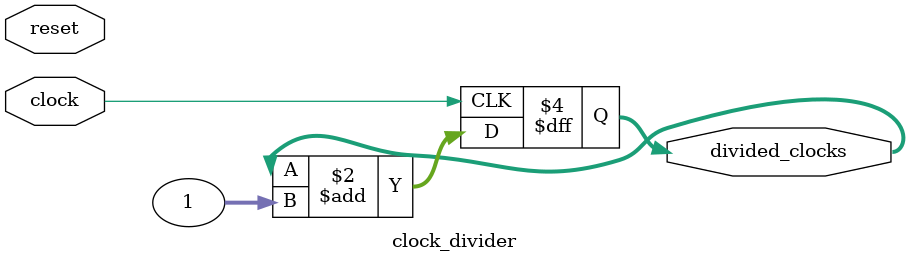
<source format=sv>
module clock_divider (clock, reset, divided_clocks);
	input logic reset, clock;
	output logic [31:0] divided_clocks = 0;
	
	always_ff @(posedge clock) begin
		divided_clocks <= divided_clocks + 1;
	end

endmodule
</source>
